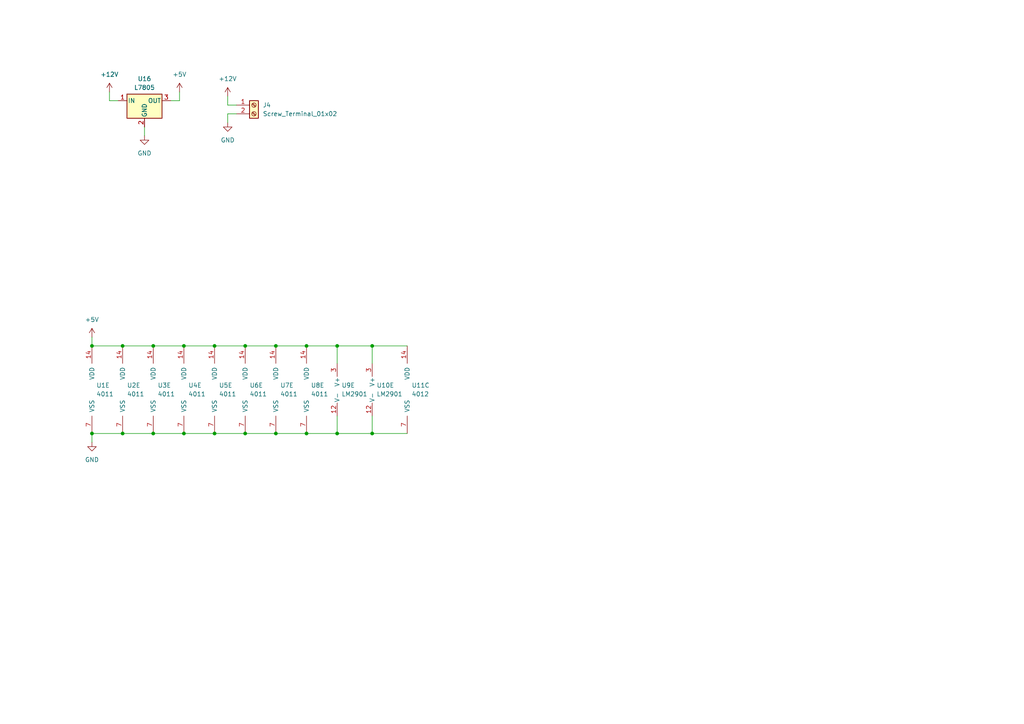
<source format=kicad_sch>
(kicad_sch (version 20231120) (generator "eeschema") (generator_version "8.0")
  (paper "A4")
  (lib_symbols
    (symbol "4xxx:4011" (pin_names (offset 1.016))
      (property "Reference" "U" (at 0 1.27 0))
      (property "Value" "4011" (at 0 -1.27 0))
      (symbol "4011_1_1"
        (arc (start 0 -3.81) (mid 3.7934 0) (end 0 3.81) (stroke (width 0.254)) (fill (type background)))
        (polyline (pts (xy 0 3.81) (xy -3.81 3.81) (xy -3.81 -3.81) (xy 0 -3.81)) (stroke (width 0.254)) (fill (type background)))
        (pin input line (at -7.62 2.54 0) (length 3.81) (name "~") (number "1"))
        (pin input line (at -7.62 -2.54 0) (length 3.81) (name "~") (number "2"))
        (pin output inverted (at 7.62 0 180) (length 3.81) (name "~") (number "3"))
      )
      (symbol "4011_1_2"
        (arc (start -3.81 -3.81) (mid -2.589 0) (end -3.81 3.81) (stroke (width 0.254)))
        (arc (start -0.6096 -3.81) (mid 2.1842 -2.5851) (end 3.81 0) (stroke (width 0.254)) (fill (type background)))
        (polyline (pts (xy -3.81 -3.81) (xy -0.635 -3.81)) (stroke (width 0.254)) (fill (type background)))
        (polyline (pts (xy -3.81 3.81) (xy -0.635 3.81)) (stroke (width 0.254)) (fill (type background)))
        (polyline (pts (xy -0.635 3.81) (xy -3.81 3.81) (xy -3.81 3.81) (xy -3.556 3.4036) (xy -3.0226 2.2606) (xy -2.6924 1.0414) (xy -2.6162 -0.254) (xy -2.7686 -1.4986) (xy -3.175 -2.7178) (xy -3.81 -3.81) (xy -3.81 -3.81) (xy -0.635 -3.81)) (stroke (width -25.4)) (fill (type background)))
        (arc (start 3.81 0) (mid 2.1915 2.5936) (end -0.6096 3.81) (stroke (width 0.254)) (fill (type background)))
        (pin input inverted (at -7.62 2.54 0) (length 4.318) (name "~") (number "1"))
        (pin input inverted (at -7.62 -2.54 0) (length 4.318) (name "~") (number "2"))
        (pin output line (at 7.62 0 180) (length 3.81) (name "~") (number "3"))
      )
      (symbol "4011_2_1"
        (arc (start 0 -3.81) (mid 3.7934 0) (end 0 3.81) (stroke (width 0.254)) (fill (type background)))
        (polyline (pts (xy 0 3.81) (xy -3.81 3.81) (xy -3.81 -3.81) (xy 0 -3.81)) (stroke (width 0.254)) (fill (type background)))
        (pin output inverted (at 7.62 0 180) (length 3.81) (name "~") (number "4"))
        (pin input line (at -7.62 2.54 0) (length 3.81) (name "~") (number "5"))
        (pin input line (at -7.62 -2.54 0) (length 3.81) (name "~") (number "6"))
      )
      (symbol "4011_2_2"
        (arc (start -3.81 -3.81) (mid -2.589 0) (end -3.81 3.81) (stroke (width 0.254)))
        (arc (start -0.6096 -3.81) (mid 2.1842 -2.5851) (end 3.81 0) (stroke (width 0.254)) (fill (type background)))
        (polyline (pts (xy -3.81 -3.81) (xy -0.635 -3.81)) (stroke (width 0.254)) (fill (type background)))
        (polyline (pts (xy -3.81 3.81) (xy -0.635 3.81)) (stroke (width 0.254)) (fill (type background)))
        (polyline (pts (xy -0.635 3.81) (xy -3.81 3.81) (xy -3.81 3.81) (xy -3.556 3.4036) (xy -3.0226 2.2606) (xy -2.6924 1.0414) (xy -2.6162 -0.254) (xy -2.7686 -1.4986) (xy -3.175 -2.7178) (xy -3.81 -3.81) (xy -3.81 -3.81) (xy -0.635 -3.81)) (stroke (width -25.4)) (fill (type background)))
        (arc (start 3.81 0) (mid 2.1915 2.5936) (end -0.6096 3.81) (stroke (width 0.254)) (fill (type background)))
        (pin output line (at 7.62 0 180) (length 3.81) (name "~") (number "4"))
        (pin input inverted (at -7.62 2.54 0) (length 4.318) (name "~") (number "5"))
        (pin input inverted (at -7.62 -2.54 0) (length 4.318) (name "~") (number "6"))
      )
      (symbol "4011_3_1"
        (arc (start 0 -3.81) (mid 3.7934 0) (end 0 3.81) (stroke (width 0.254)) (fill (type background)))
        (polyline (pts (xy 0 3.81) (xy -3.81 3.81) (xy -3.81 -3.81) (xy 0 -3.81)) (stroke (width 0.254)) (fill (type background)))
        (pin output inverted (at 7.62 0 180) (length 3.81) (name "~") (number "10"))
        (pin input line (at -7.62 2.54 0) (length 3.81) (name "~") (number "8"))
        (pin input line (at -7.62 -2.54 0) (length 3.81) (name "~") (number "9"))
      )
      (symbol "4011_3_2"
        (arc (start -3.81 -3.81) (mid -2.589 0) (end -3.81 3.81) (stroke (width 0.254)))
        (arc (start -0.6096 -3.81) (mid 2.1842 -2.5851) (end 3.81 0) (stroke (width 0.254)) (fill (type background)))
        (polyline (pts (xy -3.81 -3.81) (xy -0.635 -3.81)) (stroke (width 0.254)) (fill (type background)))
        (polyline (pts (xy -3.81 3.81) (xy -0.635 3.81)) (stroke (width 0.254)) (fill (type background)))
        (polyline (pts (xy -0.635 3.81) (xy -3.81 3.81) (xy -3.81 3.81) (xy -3.556 3.4036) (xy -3.0226 2.2606) (xy -2.6924 1.0414) (xy -2.6162 -0.254) (xy -2.7686 -1.4986) (xy -3.175 -2.7178) (xy -3.81 -3.81) (xy -3.81 -3.81) (xy -0.635 -3.81)) (stroke (width -25.4)) (fill (type background)))
        (arc (start 3.81 0) (mid 2.1915 2.5936) (end -0.6096 3.81) (stroke (width 0.254)) (fill (type background)))
        (pin output line (at 7.62 0 180) (length 3.81) (name "~") (number "10"))
        (pin input inverted (at -7.62 2.54 0) (length 4.318) (name "~") (number "8"))
        (pin input inverted (at -7.62 -2.54 0) (length 4.318) (name "~") (number "9"))
      )
      (symbol "4011_4_1"
        (arc (start 0 -3.81) (mid 3.7934 0) (end 0 3.81) (stroke (width 0.254)) (fill (type background)))
        (polyline (pts (xy 0 3.81) (xy -3.81 3.81) (xy -3.81 -3.81) (xy 0 -3.81)) (stroke (width 0.254)) (fill (type background)))
        (pin output inverted (at 7.62 0 180) (length 3.81) (name "~") (number "11"))
        (pin input line (at -7.62 2.54 0) (length 3.81) (name "~") (number "12"))
        (pin input line (at -7.62 -2.54 0) (length 3.81) (name "~") (number "13"))
      )
      (symbol "4011_4_2"
        (arc (start -3.81 -3.81) (mid -2.589 0) (end -3.81 3.81) (stroke (width 0.254)))
        (arc (start -0.6096 -3.81) (mid 2.1842 -2.5851) (end 3.81 0) (stroke (width 0.254)) (fill (type background)))
        (polyline (pts (xy -3.81 -3.81) (xy -0.635 -3.81)) (stroke (width 0.254)) (fill (type background)))
        (polyline (pts (xy -3.81 3.81) (xy -0.635 3.81)) (stroke (width 0.254)) (fill (type background)))
        (polyline (pts (xy -0.635 3.81) (xy -3.81 3.81) (xy -3.81 3.81) (xy -3.556 3.4036) (xy -3.0226 2.2606) (xy -2.6924 1.0414) (xy -2.6162 -0.254) (xy -2.7686 -1.4986) (xy -3.175 -2.7178) (xy -3.81 -3.81) (xy -3.81 -3.81) (xy -0.635 -3.81)) (stroke (width -25.4)) (fill (type background)))
        (arc (start 3.81 0) (mid 2.1915 2.5936) (end -0.6096 3.81) (stroke (width 0.254)) (fill (type background)))
        (pin output line (at 7.62 0 180) (length 3.81) (name "~") (number "11"))
        (pin input inverted (at -7.62 2.54 0) (length 4.318) (name "~") (number "12"))
        (pin input inverted (at -7.62 -2.54 0) (length 4.318) (name "~") (number "13"))
      )
      (symbol "4011_5_0"
        (pin power_in line (at 0 12.7 270) (length 5.08) (name "VDD") (number "14"))
        (pin power_in line (at 0 -12.7 90) (length 5.08) (name "VSS") (number "7"))
      )
      (symbol "4011_5_1"
        (rectangle (start -5.08 7.62) (end 5.08 -7.62) (stroke (width 0.254)) (fill (type background)))
      )
    )
    (symbol "4xxx:4012" (pin_names (offset 1.016))
      (property "Reference" "U" (at 0 1.27 0))
      (property "Value" "4012" (at 0 -1.27 0))
      (symbol "4012_1_1"
        (arc (start -0.635 -4.445) (mid 3.7907 0) (end -0.635 4.445) (stroke (width 0.254)) (fill (type background)))
        (polyline (pts (xy -0.635 4.445) (xy -3.81 4.445) (xy -3.81 -4.445) (xy -0.635 -4.445)) (stroke (width 0.254)) (fill (type background)))
        (pin output inverted (at 7.62 0 180) (length 3.81) (name "~") (number "1"))
        (pin input line (at -7.62 3.81 0) (length 3.81) (name "~") (number "2"))
        (pin input line (at -7.62 1.27 0) (length 3.81) (name "~") (number "3"))
        (pin input line (at -7.62 -1.27 0) (length 3.81) (name "~") (number "4"))
        (pin input line (at -7.62 -3.81 0) (length 3.81) (name "~") (number "5"))
      )
      (symbol "4012_1_2"
        (arc (start -3.81 -4.445) (mid -2.5908 0) (end -3.81 4.445) (stroke (width 0.254)))
        (arc (start -0.6096 -4.445) (mid 2.2246 -2.8422) (end 3.81 0) (stroke (width 0.254)) (fill (type background)))
        (polyline (pts (xy -3.81 -4.445) (xy -0.635 -4.445)) (stroke (width 0.254)) (fill (type background)))
        (polyline (pts (xy -3.81 4.445) (xy -0.635 4.445)) (stroke (width 0.254)) (fill (type background)))
        (polyline (pts (xy -0.635 4.445) (xy -3.81 4.445) (xy -3.81 4.445) (xy -3.6322 4.0894) (xy -3.0988 2.921) (xy -2.7686 1.6764) (xy -2.6162 0.4318) (xy -2.6416 -0.8636) (xy -2.8702 -2.1082) (xy -3.2512 -3.3274) (xy -3.81 -4.445) (xy -3.81 -4.445) (xy -0.635 -4.445)) (stroke (width -25.4)) (fill (type background)))
        (arc (start 3.81 0) (mid 2.2204 2.8379) (end -0.6096 4.445) (stroke (width 0.254)) (fill (type background)))
        (pin output line (at 7.62 0 180) (length 3.81) (name "~") (number "1"))
        (pin input inverted (at -7.62 3.81 0) (length 3.81) (name "~") (number "2"))
        (pin input inverted (at -7.62 1.27 0) (length 4.826) (name "~") (number "3"))
        (pin input inverted (at -7.62 -1.27 0) (length 4.826) (name "~") (number "4"))
        (pin input inverted (at -7.62 -3.81 0) (length 3.81) (name "~") (number "5"))
      )
      (symbol "4012_2_1"
        (arc (start -0.635 -4.445) (mid 3.7907 0) (end -0.635 4.445) (stroke (width 0.254)) (fill (type background)))
        (polyline (pts (xy -0.635 4.445) (xy -3.81 4.445) (xy -3.81 -4.445) (xy -0.635 -4.445)) (stroke (width 0.254)) (fill (type background)))
        (pin input line (at -7.62 1.27 0) (length 3.81) (name "~") (number "10"))
        (pin input line (at -7.62 -1.27 0) (length 3.81) (name "~") (number "11"))
        (pin input line (at -7.62 -3.81 0) (length 3.81) (name "~") (number "12"))
        (pin output inverted (at 7.62 0 180) (length 3.81) (name "~") (number "13"))
        (pin input line (at -7.62 3.81 0) (length 3.81) (name "~") (number "9"))
      )
      (symbol "4012_2_2"
        (arc (start -3.81 -4.445) (mid -2.5908 0) (end -3.81 4.445) (stroke (width 0.254)))
        (arc (start -0.6096 -4.445) (mid 2.2246 -2.8422) (end 3.81 0) (stroke (width 0.254)) (fill (type background)))
        (polyline (pts (xy -3.81 -4.445) (xy -0.635 -4.445)) (stroke (width 0.254)) (fill (type background)))
        (polyline (pts (xy -3.81 4.445) (xy -0.635 4.445)) (stroke (width 0.254)) (fill (type background)))
        (polyline (pts (xy -0.635 4.445) (xy -3.81 4.445) (xy -3.81 4.445) (xy -3.6322 4.0894) (xy -3.0988 2.921) (xy -2.7686 1.6764) (xy -2.6162 0.4318) (xy -2.6416 -0.8636) (xy -2.8702 -2.1082) (xy -3.2512 -3.3274) (xy -3.81 -4.445) (xy -3.81 -4.445) (xy -0.635 -4.445)) (stroke (width -25.4)) (fill (type background)))
        (arc (start 3.81 0) (mid 2.2204 2.8379) (end -0.6096 4.445) (stroke (width 0.254)) (fill (type background)))
        (pin input inverted (at -7.62 1.27 0) (length 4.826) (name "~") (number "10"))
        (pin input inverted (at -7.62 -1.27 0) (length 4.826) (name "~") (number "11"))
        (pin input inverted (at -7.62 -3.81 0) (length 3.81) (name "~") (number "12"))
        (pin output line (at 7.62 0 180) (length 3.81) (name "~") (number "13"))
        (pin input inverted (at -7.62 3.81 0) (length 3.81) (name "~") (number "9"))
      )
      (symbol "4012_3_0"
        (pin power_in line (at 0 12.7 270) (length 5.08) (name "VDD") (number "14"))
        (pin power_in line (at 0 -12.7 90) (length 5.08) (name "VSS") (number "7"))
      )
      (symbol "4012_3_1"
        (rectangle (start -5.08 7.62) (end 5.08 -7.62) (stroke (width 0.254)) (fill (type background)))
      )
    )
    (symbol "Comparator:LM2901" (pin_names (offset 0.127))
      (property "Reference" "U" (at 0 5.08 0))
      (property "Value" "LM2901" (at 0 -5.08 0))
      (symbol "LM2901_1_1"
        (polyline (pts (xy -5.08 5.08) (xy 5.08 0) (xy -5.08 -5.08) (xy -5.08 5.08)) (stroke (width 0.254)) (fill (type background)))
        (polyline (pts (xy 3.302 -0.508) (xy 2.794 -0.508) (xy 3.302 0) (xy 2.794 0.508) (xy 2.286 0) (xy 2.794 -0.508) (xy 2.286 -0.508)) (stroke (width 0.127)))
        (pin open_collector line (at 7.62 0 180) (length 2.54) (name "~") (number "2"))
        (pin input line (at -7.62 -2.54 0) (length 2.54) (name "-") (number "4"))
        (pin input line (at -7.62 2.54 0) (length 2.54) (name "+") (number "5"))
      )
      (symbol "LM2901_2_1"
        (polyline (pts (xy -5.08 5.08) (xy 5.08 0) (xy -5.08 -5.08) (xy -5.08 5.08)) (stroke (width 0.254)) (fill (type background)))
        (polyline (pts (xy 3.302 -0.508) (xy 2.794 -0.508) (xy 3.302 0) (xy 2.794 0.508) (xy 2.286 0) (xy 2.794 -0.508) (xy 2.286 -0.508)) (stroke (width 0.127)))
        (pin open_collector line (at 7.62 0 180) (length 2.54) (name "~") (number "1"))
        (pin input line (at -7.62 -2.54 0) (length 2.54) (name "-") (number "6"))
        (pin input line (at -7.62 2.54 0) (length 2.54) (name "+") (number "7"))
      )
      (symbol "LM2901_3_1"
        (polyline (pts (xy -5.08 5.08) (xy 5.08 0) (xy -5.08 -5.08) (xy -5.08 5.08)) (stroke (width 0.254)) (fill (type background)))
        (polyline (pts (xy 3.302 -0.508) (xy 2.794 -0.508) (xy 3.302 0) (xy 2.794 0.508) (xy 2.286 0) (xy 2.794 -0.508) (xy 2.286 -0.508)) (stroke (width 0.127)))
        (pin input line (at -7.62 -2.54 0) (length 2.54) (name "-") (number "10"))
        (pin input line (at -7.62 2.54 0) (length 2.54) (name "+") (number "11"))
        (pin open_collector line (at 7.62 0 180) (length 2.54) (name "~") (number "13"))
      )
      (symbol "LM2901_4_1"
        (polyline (pts (xy -5.08 5.08) (xy 5.08 0) (xy -5.08 -5.08) (xy -5.08 5.08)) (stroke (width 0.254)) (fill (type background)))
        (polyline (pts (xy 3.302 -0.508) (xy 2.794 -0.508) (xy 3.302 0) (xy 2.794 0.508) (xy 2.286 0) (xy 2.794 -0.508) (xy 2.286 -0.508)) (stroke (width 0.127)))
        (pin open_collector line (at 7.62 0 180) (length 2.54) (name "~") (number "14"))
        (pin input line (at -7.62 -2.54 0) (length 2.54) (name "-") (number "8"))
        (pin input line (at -7.62 2.54 0) (length 2.54) (name "+") (number "9"))
      )
      (symbol "LM2901_5_1"
        (pin power_in line (at -2.54 -7.62 90) (length 3.81) (name "V-") (number "12"))
        (pin power_in line (at -2.54 7.62 270) (length 3.81) (name "V+") (number "3"))
      )
    )
    (symbol "Connector:Screw_Terminal_01x02" (pin_names (offset 1.016) hide)
      (property "Reference" "J" (at 0 2.54 0))
      (property "Value" "Screw_Terminal_01x02" (at 0 -5.08 0))
      (symbol "Screw_Terminal_01x02_1_1"
        (rectangle (start -1.27 1.27) (end 1.27 -3.81) (stroke (width 0.254)) (fill (type background)))
        (circle (center 0 -2.54) (radius 0.635) (stroke (width 0.1524)))
        (polyline (pts (xy -0.5334 -2.2098) (xy 0.3302 -3.048)) (stroke (width 0.1524)))
        (polyline (pts (xy -0.5334 0.3302) (xy 0.3302 -0.508)) (stroke (width 0.1524)))
        (polyline (pts (xy -0.3556 -2.032) (xy 0.508 -2.8702)) (stroke (width 0.1524)))
        (polyline (pts (xy -0.3556 0.508) (xy 0.508 -0.3302)) (stroke (width 0.1524)))
        (circle (center 0 0) (radius 0.635) (stroke (width 0.1524)))
        (pin passive line (at -5.08 0 0) (length 3.81) (name "Pin_1") (number "1"))
        (pin passive line (at -5.08 -2.54 0) (length 3.81) (name "Pin_2") (number "2"))
      )
    )
    (symbol "Regulator_Linear:L7805" (pin_names (offset 0.254))
      (property "Reference" "U" (at -3.81 3.175 0))
      (property "Value" "L7805" (at 0 3.175 0))
      (symbol "L7805_0_1"
        (rectangle (start -5.08 1.905) (end 5.08 -5.08) (stroke (width 0.254)) (fill (type background)))
      )
      (symbol "L7805_1_1"
        (pin power_in line (at -7.62 0 0) (length 2.54) (name "IN") (number "1"))
        (pin power_in line (at 0 -7.62 90) (length 2.54) (name "GND") (number "2"))
        (pin power_out line (at 7.62 0 180) (length 2.54) (name "OUT") (number "3"))
      )
    )
    (symbol "power:+12V" (power) (pin_names (offset 0))
      (property "Value" "+12V" (at 0 3.556 0))
      (symbol "+12V_0_1"
        (polyline (pts (xy -0.762 1.27) (xy 0 2.54)))
        (polyline (pts (xy 0 0) (xy 0 2.54)))
        (polyline (pts (xy 0 2.54) (xy 0.762 1.27)))
      )
      (symbol "+12V_1_1"
        (pin power_in line (at 0 0 90) (length 0) hide (name "+12V") (number "1"))
      )
    )
    (symbol "power:+5V" (power) (pin_names (offset 0))
      (property "Value" "+5V" (at 0 3.556 0))
      (symbol "+5V_0_1"
        (polyline (pts (xy -0.762 1.27) (xy 0 2.54)))
        (polyline (pts (xy 0 0) (xy 0 2.54)))
        (polyline (pts (xy 0 2.54) (xy 0.762 1.27)))
      )
      (symbol "+5V_1_1"
        (pin power_in line (at 0 0 90) (length 0) hide (name "+5V") (number "1"))
      )
    )
    (symbol "power:GND" (power) (pin_names (offset 0))
      (property "Value" "GND" (at 0 -3.81 0))
      (symbol "GND_0_1"
        (polyline (pts (xy 0 0) (xy 0 -1.27) (xy 1.27 -1.27) (xy 0 -2.54) (xy -1.27 -1.27) (xy 0 -1.27)))
      )
      (symbol "GND_1_1"
        (pin power_in line (at 0 0 270) (length 0) hide (name "GND") (number "1"))
      )
    )
  )
  (junction (at 62.23 125.73))
  (junction (at 71.12 125.73))
  (junction (at 88.9 100.33))
  (junction (at 97.79 100.33))
  (junction (at 26.67 125.73))
  (junction (at 53.34 125.73))
  (junction (at 107.95 125.73))
  (junction (at 71.12 100.33))
  (junction (at 35.56 100.33))
  (junction (at 88.9 125.73))
  (junction (at 26.67 100.33))
  (junction (at 80.01 100.33))
  (junction (at 35.56 125.73))
  (junction (at 53.34 100.33))
  (junction (at 107.95 100.33))
  (junction (at 97.79 125.73))
  (junction (at 44.45 100.33))
  (junction (at 80.01 125.73))
  (junction (at 62.23 100.33))
  (junction (at 44.45 125.73))
  (wire (pts (xy 31.75 26.67) (xy 31.75 29.21)))
  (wire (pts (xy 41.91 36.83) (xy 41.91 39.37)))
  (wire (pts (xy 52.07 29.21) (xy 52.07 26.67)))
  (wire (pts (xy 66.04 33.02) (xy 66.04 35.56)))
  (wire (pts (xy 97.79 105.41) (xy 97.79 100.33)))
  (wire (pts (xy 66.04 27.94) (xy 66.04 30.48)))
  (wire (pts (xy 118.11 125.73) (xy 107.95 125.73)))
  (wire (pts (xy 80.01 125.73) (xy 88.9 125.73)))
  (wire (pts (xy 35.56 100.33) (xy 44.45 100.33)))
  (wire (pts (xy 53.34 100.33) (xy 62.23 100.33)))
  (wire (pts (xy 53.34 125.73) (xy 62.23 125.73)))
  (wire (pts (xy 107.95 125.73) (xy 97.79 125.73)))
  (wire (pts (xy 44.45 100.33) (xy 53.34 100.33)))
  (wire (pts (xy 107.95 120.65) (xy 107.95 125.73)))
  (wire (pts (xy 71.12 125.73) (xy 80.01 125.73)))
  (wire (pts (xy 107.95 100.33) (xy 118.11 100.33)))
  (wire (pts (xy 80.01 100.33) (xy 88.9 100.33)))
  (wire (pts (xy 107.95 100.33) (xy 107.95 105.41)))
  (wire (pts (xy 68.58 33.02) (xy 66.04 33.02)))
  (wire (pts (xy 26.67 125.73) (xy 26.67 128.27)))
  (wire (pts (xy 62.23 125.73) (xy 71.12 125.73)))
  (wire (pts (xy 62.23 100.33) (xy 71.12 100.33)))
  (wire (pts (xy 26.67 100.33) (xy 35.56 100.33)))
  (wire (pts (xy 44.45 125.73) (xy 53.34 125.73)))
  (wire (pts (xy 97.79 125.73) (xy 88.9 125.73)))
  (wire (pts (xy 31.75 29.21) (xy 34.29 29.21)))
  (wire (pts (xy 97.79 100.33) (xy 107.95 100.33)))
  (wire (pts (xy 26.67 125.73) (xy 35.56 125.73)))
  (wire (pts (xy 71.12 100.33) (xy 80.01 100.33)))
  (wire (pts (xy 35.56 125.73) (xy 44.45 125.73)))
  (wire (pts (xy 49.53 29.21) (xy 52.07 29.21)))
  (wire (pts (xy 66.04 30.48) (xy 68.58 30.48)))
  (wire (pts (xy 26.67 97.79) (xy 26.67 100.33)))
  (wire (pts (xy 97.79 100.33) (xy 88.9 100.33)))
  (wire (pts (xy 97.79 120.65) (xy 97.79 125.73)))
  (symbol (lib_id "power:GND") (at 66.04 35.56 0) (unit 1)
    (property "Reference" "#PWR039" (effects (hide yes)))
    (property "Value" "GND" (at 66.04 40.64 0))
  )
  (symbol (lib_id "Comparator:LM2901") (at 110.49 113.03 0) (unit 5)
    (property "Reference" "U10" (at 109.22 111.76 0) (effects (justify left)))
    (property "Value" "LM2901" (at 109.22 114.3 0) (effects (justify left)))
    (property "Footprint" "Package_DIP:DIP-14_W7.62mm_Socket" (effects (hide yes)))
    (property "Datasheet" "https://www.st.com/resource/en/datasheet/lm2901.pdf" (effects (hide yes)))
  )
  (symbol (lib_id "4xxx:4011") (at 80.01 113.03 0) (unit 5) (convert 2)
    (property "Reference" "U7" (at 81.28 111.76 0) (effects (justify left)))
    (property "Value" "4011" (at 81.28 114.3 0) (effects (justify left)))
    (property "Footprint" "Package_DIP:DIP-14_W7.62mm_Socket" (effects (hide yes)))
    (property "Datasheet" "http://www.intersil.com/content/dam/Intersil/documents/cd40/cd4011bms-12bms-23bms.pdf" (effects (hide yes)))
  )
  (symbol (lib_id "4xxx:4011") (at 44.45 113.03 0) (unit 5) (convert 2)
    (property "Reference" "U3" (at 45.72 111.76 0) (effects (justify left)))
    (property "Value" "4011" (at 45.72 114.3 0) (effects (justify left)))
    (property "Footprint" "Package_DIP:DIP-14_W7.62mm_Socket" (effects (hide yes)))
    (property "Datasheet" "http://www.intersil.com/content/dam/Intersil/documents/cd40/cd4011bms-12bms-23bms.pdf" (effects (hide yes)))
  )
  (symbol (lib_id "Regulator_Linear:L7805") (at 41.91 29.21 0) (unit 1)
    (property "Reference" "U16" (at 41.91 22.86 0))
    (property "Value" "L7805" (at 41.91 25.4 0))
    (property "Footprint" "Package_TO_SOT_THT:TO-220-3_Horizontal_TabDown" (effects (hide yes)))
    (property "Datasheet" "http://www.st.com/content/ccc/resource/technical/document/datasheet/41/4f/b3/b0/12/d4/47/88/CD00000444.pdf/files/CD00000444.pdf/jcr:content/translations/en.CD00000444.pdf" (effects (hide yes)))
  )
  (symbol (lib_id "Connector:Screw_Terminal_01x02") (at 73.66 30.48 0) (unit 1)
    (property "Reference" "J4" (at 76.2 30.48 0) (effects (justify left)))
    (property "Value" "Screw_Terminal_01x02" (at 76.2 33.02 0) (effects (justify left)))
    (property "Footprint" "BSPD_footprints:ATF13-2P-BM03" (effects (hide yes)))
  )
  (symbol (lib_id "4xxx:4011") (at 26.67 113.03 0) (unit 5) (convert 2)
    (property "Reference" "U1" (at 27.94 111.76 0) (effects (justify left)))
    (property "Value" "4011" (at 27.94 114.3 0) (effects (justify left)))
    (property "Footprint" "Package_DIP:DIP-14_W7.62mm_Socket" (effects (hide yes)))
    (property "Datasheet" "http://www.intersil.com/content/dam/Intersil/documents/cd40/cd4011bms-12bms-23bms.pdf" (effects (hide yes)))
  )
  (symbol (lib_id "power:GND") (at 26.67 128.27 0) (unit 1)
    (property "Reference" "#PWR034" (effects (hide yes)))
    (property "Value" "GND" (at 26.67 133.35 0))
  )
  (symbol (lib_id "4xxx:4011") (at 71.12 113.03 0) (unit 5) (convert 2)
    (property "Reference" "U6" (at 72.39 111.76 0) (effects (justify left)))
    (property "Value" "4011" (at 72.39 114.3 0) (effects (justify left)))
    (property "Footprint" "Package_DIP:DIP-14_W7.62mm_Socket" (effects (hide yes)))
    (property "Datasheet" "http://www.intersil.com/content/dam/Intersil/documents/cd40/cd4011bms-12bms-23bms.pdf" (effects (hide yes)))
  )
  (symbol (lib_id "4xxx:4011") (at 53.34 113.03 0) (unit 5) (convert 2)
    (property "Reference" "U4" (at 54.61 111.76 0) (effects (justify left)))
    (property "Value" "4011" (at 54.61 114.3 0) (effects (justify left)))
    (property "Footprint" "Package_DIP:DIP-14_W7.62mm_Socket" (effects (hide yes)))
    (property "Datasheet" "http://www.intersil.com/content/dam/Intersil/documents/cd40/cd4011bms-12bms-23bms.pdf" (effects (hide yes)))
  )
  (symbol (lib_id "Comparator:LM2901") (at 100.33 113.03 0) (unit 5)
    (property "Reference" "U9" (at 99.06 111.76 0) (effects (justify left)))
    (property "Value" "LM2901" (at 99.06 114.3 0) (effects (justify left)))
    (property "Footprint" "Package_DIP:DIP-14_W7.62mm_Socket" (effects (hide yes)))
    (property "Datasheet" "https://www.st.com/resource/en/datasheet/lm2901.pdf" (effects (hide yes)))
  )
  (symbol (lib_id "4xxx:4011") (at 35.56 113.03 0) (unit 5) (convert 2)
    (property "Reference" "U2" (at 36.83 111.76 0) (effects (justify left)))
    (property "Value" "4011" (at 36.83 114.3 0) (effects (justify left)))
    (property "Footprint" "Package_DIP:DIP-14_W7.62mm_Socket" (effects (hide yes)))
    (property "Datasheet" "http://www.intersil.com/content/dam/Intersil/documents/cd40/cd4011bms-12bms-23bms.pdf" (effects (hide yes)))
  )
  (symbol (lib_id "4xxx:4011") (at 62.23 113.03 0) (unit 5) (convert 2)
    (property "Reference" "U5" (at 63.5 111.76 0) (effects (justify left)))
    (property "Value" "4011" (at 63.5 114.3 0) (effects (justify left)))
    (property "Footprint" "Package_DIP:DIP-14_W7.62mm_Socket" (effects (hide yes)))
    (property "Datasheet" "http://www.intersil.com/content/dam/Intersil/documents/cd40/cd4011bms-12bms-23bms.pdf" (effects (hide yes)))
  )
  (symbol (lib_id "power:+12V") (at 66.04 27.94 0) (unit 1)
    (property "Reference" "#PWR038" (effects (hide yes)))
    (property "Value" "+12V" (at 66.04 22.86 0))
  )
  (symbol (lib_id "4xxx:4012") (at 118.11 113.03 0) (unit 3) (convert 2)
    (property "Reference" "U11" (at 119.38 111.76 0) (effects (justify left)))
    (property "Value" "4012" (at 119.38 114.3 0) (effects (justify left)))
    (property "Footprint" "Package_DIP:DIP-14_W7.62mm_Socket" (effects (hide yes)))
    (property "Datasheet" "http://www.intersil.com/content/dam/Intersil/documents/cd40/cd4011bms-12bms-23bms.pdf" (effects (hide yes)))
  )
  (symbol (lib_id "4xxx:4011") (at 88.9 113.03 0) (unit 5) (convert 2)
    (property "Reference" "U8" (at 90.17 111.76 0) (effects (justify left)))
    (property "Value" "4011" (at 90.17 114.3 0) (effects (justify left)))
    (property "Footprint" "Package_DIP:DIP-14_W7.62mm_Socket" (effects (hide yes)))
    (property "Datasheet" "http://www.intersil.com/content/dam/Intersil/documents/cd40/cd4011bms-12bms-23bms.pdf" (effects (hide yes)))
  )
  (symbol (lib_id "power:+5V") (at 26.67 97.79 0) (unit 1)
    (property "Reference" "#PWR033" (effects (hide yes)))
    (property "Value" "+5V" (at 26.67 92.71 0))
  )
  (symbol (lib_id "power:+12V") (at 31.75 26.67 0) (unit 1)
    (property "Reference" "#PWR035" (effects (hide yes)))
    (property "Value" "+12V" (at 31.75 21.59 0))
  )
  (symbol (lib_id "power:+5V") (at 52.07 26.67 0) (unit 1)
    (property "Reference" "#PWR036" (effects (hide yes)))
    (property "Value" "+5V" (at 52.07 21.59 0))
  )
  (symbol (lib_id "power:GND") (at 41.91 39.37 0) (unit 1)
    (property "Reference" "#PWR037" (effects (hide yes)))
    (property "Value" "GND" (at 41.91 44.45 0))
  )
)
</source>
